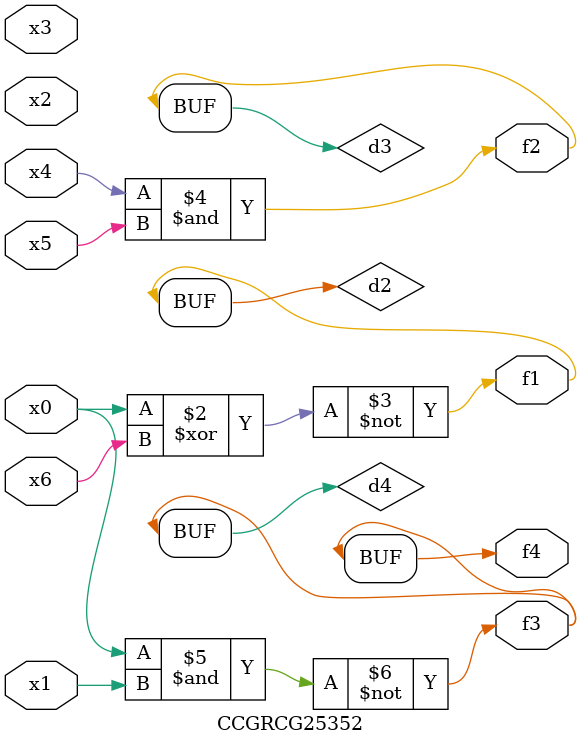
<source format=v>
module CCGRCG25352(
	input x0, x1, x2, x3, x4, x5, x6,
	output f1, f2, f3, f4
);

	wire d1, d2, d3, d4;

	nor (d1, x0);
	xnor (d2, x0, x6);
	and (d3, x4, x5);
	nand (d4, x0, x1);
	assign f1 = d2;
	assign f2 = d3;
	assign f3 = d4;
	assign f4 = d4;
endmodule

</source>
